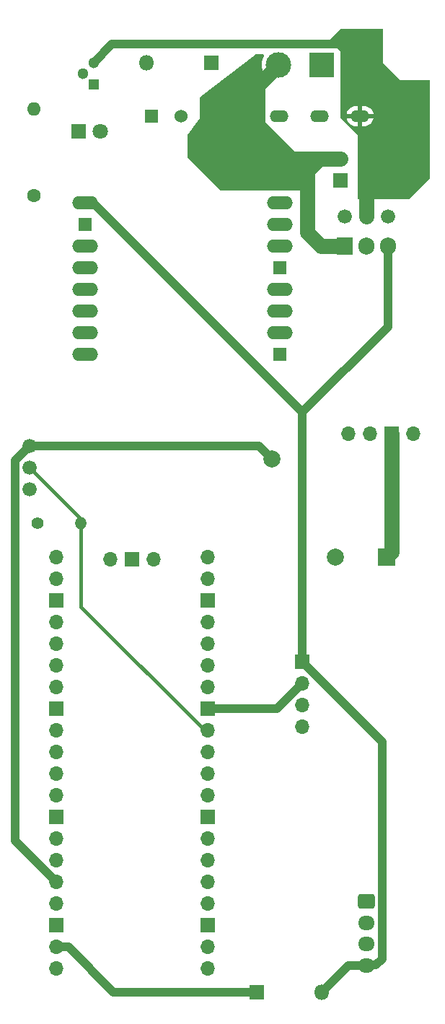
<source format=gbl>
%TF.GenerationSoftware,KiCad,Pcbnew,8.0.5*%
%TF.CreationDate,2024-10-11T00:49:00+02:00*%
%TF.ProjectId,RocketBoard,526f636b-6574-4426-9f61-72642e6b6963,rev?*%
%TF.SameCoordinates,Original*%
%TF.FileFunction,Copper,L2,Bot*%
%TF.FilePolarity,Positive*%
%FSLAX46Y46*%
G04 Gerber Fmt 4.6, Leading zero omitted, Abs format (unit mm)*
G04 Created by KiCad (PCBNEW 8.0.5) date 2024-10-11 00:49:00*
%MOMM*%
%LPD*%
G01*
G04 APERTURE LIST*
G04 Aperture macros list*
%AMRoundRect*
0 Rectangle with rounded corners*
0 $1 Rounding radius*
0 $2 $3 $4 $5 $6 $7 $8 $9 X,Y pos of 4 corners*
0 Add a 4 corners polygon primitive as box body*
4,1,4,$2,$3,$4,$5,$6,$7,$8,$9,$2,$3,0*
0 Add four circle primitives for the rounded corners*
1,1,$1+$1,$2,$3*
1,1,$1+$1,$4,$5*
1,1,$1+$1,$6,$7*
1,1,$1+$1,$8,$9*
0 Add four rect primitives between the rounded corners*
20,1,$1+$1,$2,$3,$4,$5,0*
20,1,$1+$1,$4,$5,$6,$7,0*
20,1,$1+$1,$6,$7,$8,$9,0*
20,1,$1+$1,$8,$9,$2,$3,0*%
G04 Aperture macros list end*
%TA.AperFunction,ComponentPad*%
%ADD10C,1.400000*%
%TD*%
%TA.AperFunction,ComponentPad*%
%ADD11O,1.400000X1.400000*%
%TD*%
%TA.AperFunction,ComponentPad*%
%ADD12R,2.000000X2.000000*%
%TD*%
%TA.AperFunction,ComponentPad*%
%ADD13C,2.000000*%
%TD*%
%TA.AperFunction,ComponentPad*%
%ADD14R,1.700000X1.700000*%
%TD*%
%TA.AperFunction,ComponentPad*%
%ADD15O,1.700000X1.700000*%
%TD*%
%TA.AperFunction,ComponentPad*%
%ADD16R,1.300000X1.300000*%
%TD*%
%TA.AperFunction,ComponentPad*%
%ADD17C,1.300000*%
%TD*%
%TA.AperFunction,ComponentPad*%
%ADD18RoundRect,0.250000X-0.725000X0.600000X-0.725000X-0.600000X0.725000X-0.600000X0.725000X0.600000X0*%
%TD*%
%TA.AperFunction,ComponentPad*%
%ADD19O,1.950000X1.700000*%
%TD*%
%TA.AperFunction,ComponentPad*%
%ADD20C,1.676400*%
%TD*%
%TA.AperFunction,ComponentPad*%
%ADD21R,1.524000X1.524000*%
%TD*%
%TA.AperFunction,ComponentPad*%
%ADD22O,3.048000X1.524000*%
%TD*%
%TA.AperFunction,ComponentPad*%
%ADD23R,1.800000X1.800000*%
%TD*%
%TA.AperFunction,ComponentPad*%
%ADD24C,1.800000*%
%TD*%
%TA.AperFunction,ComponentPad*%
%ADD25C,1.524000*%
%TD*%
%TA.AperFunction,ComponentPad*%
%ADD26O,2.200000X1.400000*%
%TD*%
%TA.AperFunction,ComponentPad*%
%ADD27O,1.800000X1.800000*%
%TD*%
%TA.AperFunction,ComponentPad*%
%ADD28C,1.600000*%
%TD*%
%TA.AperFunction,ComponentPad*%
%ADD29O,1.600000X1.600000*%
%TD*%
%TA.AperFunction,ComponentPad*%
%ADD30R,3.000000X3.000000*%
%TD*%
%TA.AperFunction,ComponentPad*%
%ADD31C,3.000000*%
%TD*%
%TA.AperFunction,ComponentPad*%
%ADD32R,1.905000X2.000000*%
%TD*%
%TA.AperFunction,ComponentPad*%
%ADD33O,1.905000X2.000000*%
%TD*%
%TA.AperFunction,ViaPad*%
%ADD34C,2.000000*%
%TD*%
%TA.AperFunction,Conductor*%
%ADD35C,0.400000*%
%TD*%
%TA.AperFunction,Conductor*%
%ADD36C,1.000000*%
%TD*%
%TA.AperFunction,Conductor*%
%ADD37C,1.800000*%
%TD*%
G04 APERTURE END LIST*
D10*
X103428000Y-90008000D03*
D11*
X108508000Y-90008000D03*
D12*
X144338785Y-94008000D03*
D13*
X138338785Y-94008000D03*
D14*
X134468000Y-106300000D03*
D15*
X134468000Y-108840000D03*
X134468000Y-111380000D03*
X134468000Y-113920000D03*
D16*
X109968000Y-38548000D03*
D17*
X108698000Y-37278000D03*
X109968000Y-36008000D03*
D18*
X141968000Y-134400000D03*
D19*
X141968000Y-136900000D03*
X141968000Y-139400000D03*
X141968000Y-141900000D03*
D15*
X123390000Y-142280000D03*
X123390000Y-139740000D03*
D14*
X123390000Y-137200000D03*
D15*
X123390000Y-134660000D03*
X123390000Y-132120000D03*
X123390000Y-129580000D03*
X123390000Y-127040000D03*
D14*
X123390000Y-124500000D03*
D15*
X123390000Y-121960000D03*
X123390000Y-119420000D03*
X123390000Y-116880000D03*
X123390000Y-114340000D03*
D14*
X123390000Y-111800000D03*
D15*
X123390000Y-109260000D03*
X123390000Y-106720000D03*
X123390000Y-104180000D03*
X123390000Y-101640000D03*
D14*
X123390000Y-99100000D03*
D15*
X123390000Y-96560000D03*
X123390000Y-94020000D03*
X105610000Y-94020000D03*
X105610000Y-96560000D03*
D14*
X105610000Y-99100000D03*
D15*
X105610000Y-101640000D03*
X105610000Y-104180000D03*
X105610000Y-106720000D03*
X105610000Y-109260000D03*
D14*
X105610000Y-111800000D03*
D15*
X105610000Y-114340000D03*
X105610000Y-116880000D03*
X105610000Y-119420000D03*
X105610000Y-121960000D03*
D14*
X105610000Y-124500000D03*
D15*
X105610000Y-127040000D03*
X105610000Y-129580000D03*
X105610000Y-132120000D03*
X105610000Y-134660000D03*
D14*
X105610000Y-137200000D03*
D15*
X105610000Y-139740000D03*
X105610000Y-142280000D03*
X117040000Y-94250000D03*
D14*
X114500000Y-94250000D03*
D15*
X111960000Y-94250000D03*
D20*
X102468000Y-80928000D03*
X102468000Y-83468000D03*
X102468000Y-86008000D03*
D21*
X131828000Y-70208000D03*
D22*
X131828000Y-67668000D03*
X131828000Y-65128000D03*
X131828000Y-62588000D03*
D21*
X131828000Y-60048000D03*
D22*
X131828000Y-57508000D03*
X131828000Y-54968000D03*
X131828000Y-52428000D03*
X108968000Y-52428000D03*
D21*
X108968000Y-54968000D03*
D22*
X108968000Y-57508000D03*
X108968000Y-60048000D03*
X108968000Y-62588000D03*
X108968000Y-65128000D03*
X108968000Y-67668000D03*
X108968000Y-70208000D03*
D23*
X108193000Y-44008000D03*
D24*
X110733000Y-44008000D03*
D21*
X116740000Y-42233000D03*
D25*
X120240000Y-42233000D03*
D26*
X136490000Y-42233000D03*
X131740000Y-42233000D03*
X141240000Y-42233000D03*
D23*
X123778000Y-36008000D03*
D27*
X116158000Y-36008000D03*
D20*
X139428000Y-54008000D03*
X141968000Y-54008000D03*
X144508000Y-54008000D03*
D23*
X129158000Y-145008000D03*
D27*
X136778000Y-145008000D03*
D14*
X138943000Y-49758000D03*
D15*
X138943000Y-47218000D03*
D28*
X102968000Y-51588000D03*
D29*
X102968000Y-41428000D03*
D30*
X136780000Y-36233000D03*
D31*
X131700000Y-36233000D03*
D32*
X139428000Y-57503000D03*
D33*
X141968000Y-57503000D03*
X144508000Y-57503000D03*
D15*
X147508000Y-79508000D03*
D14*
X144968000Y-79508000D03*
D15*
X142428000Y-79508000D03*
X139888000Y-79508000D03*
D34*
X130928000Y-82468000D03*
D35*
X108508000Y-90008000D02*
X108508000Y-99818000D01*
X108508000Y-99818000D02*
X123030000Y-114340000D01*
X123030000Y-114340000D02*
X123390000Y-114340000D01*
X108508000Y-89508000D02*
X108508000Y-90008000D01*
X102468000Y-83468000D02*
X108508000Y-89508000D01*
D36*
X129388000Y-80928000D02*
X102468000Y-80928000D01*
X130928000Y-82468000D02*
X129388000Y-80928000D01*
X100729800Y-82666200D02*
X102468000Y-80928000D01*
X100729800Y-127239800D02*
X100729800Y-82666200D01*
X105610000Y-132120000D02*
X100729800Y-127239800D01*
D37*
X141968000Y-54008000D02*
X141968000Y-51008000D01*
D36*
X112299548Y-145008000D02*
X107031548Y-139740000D01*
X107031548Y-139740000D02*
X105610000Y-139740000D01*
X129158000Y-145008000D02*
X112299548Y-145008000D01*
X139886000Y-141900000D02*
X136778000Y-145008000D01*
X141968000Y-141900000D02*
X139886000Y-141900000D01*
X134468000Y-77008000D02*
X134468000Y-106300000D01*
X143843000Y-141133000D02*
X143117800Y-141858200D01*
X143117800Y-141858200D02*
X141968000Y-141858200D01*
X134468000Y-77008000D02*
X109888000Y-52428000D01*
X109888000Y-52428000D02*
X108968000Y-52428000D01*
X134468000Y-106300000D02*
X143843000Y-115675000D01*
X144508000Y-57503000D02*
X144508000Y-66968000D01*
X143843000Y-115675000D02*
X143843000Y-141133000D01*
X144508000Y-66968000D02*
X134468000Y-77008000D01*
D37*
X132968000Y-47008000D02*
X133718000Y-47758000D01*
X133178000Y-47218000D02*
X132968000Y-47008000D01*
X133758000Y-47718000D02*
X133718000Y-47758000D01*
X135061800Y-55889300D02*
X136675500Y-57503000D01*
X138943000Y-47218000D02*
X136468000Y-47218000D01*
X129240000Y-43280000D02*
X132968000Y-47008000D01*
X135061800Y-48624200D02*
X136468000Y-47218000D01*
X133718000Y-47758000D02*
X135061800Y-49101800D01*
X135061800Y-49101800D02*
X135061800Y-48624200D01*
X136468000Y-47218000D02*
X133178000Y-47218000D01*
X136675500Y-57503000D02*
X139428000Y-57503000D01*
X131700000Y-36233000D02*
X129240000Y-38693000D01*
X129240000Y-38693000D02*
X129240000Y-43280000D01*
X135061800Y-49101800D02*
X135061800Y-55889300D01*
D36*
X112143000Y-33833000D02*
X138793000Y-33833000D01*
X109968000Y-36008000D02*
X112143000Y-33833000D01*
X138793000Y-33833000D02*
X141240000Y-36280000D01*
X131508000Y-111800000D02*
X123390000Y-111800000D01*
D37*
X144968000Y-79508000D02*
X144968000Y-93378785D01*
X144968000Y-93378785D02*
X144338785Y-94008000D01*
D36*
X144508000Y-93838785D02*
X144338785Y-94008000D01*
X134468000Y-108840000D02*
X131508000Y-111800000D01*
%TA.AperFunction,Conductor*%
G36*
X143911039Y-32027685D02*
G01*
X143956794Y-32080489D01*
X143968000Y-32132000D01*
X143968000Y-34008000D01*
X143968000Y-36008000D01*
X145968000Y-38008000D01*
X149344000Y-38008000D01*
X149411039Y-38027685D01*
X149456794Y-38080489D01*
X149468000Y-38132000D01*
X149468000Y-49456638D01*
X149448315Y-49523677D01*
X149431681Y-49544319D01*
X147004319Y-51971681D01*
X146942996Y-52005166D01*
X146916638Y-52008000D01*
X141092000Y-52008000D01*
X141024961Y-51988315D01*
X140979206Y-51935511D01*
X140968000Y-51884000D01*
X140968000Y-44508000D01*
X139004319Y-42544319D01*
X138970834Y-42482996D01*
X138968000Y-42456638D01*
X138968000Y-41983000D01*
X139664638Y-41983000D01*
X140782184Y-41983000D01*
X140766124Y-41999060D01*
X140715964Y-42085939D01*
X140690000Y-42182840D01*
X140690000Y-42283160D01*
X140715964Y-42380061D01*
X140766124Y-42466940D01*
X140782184Y-42483000D01*
X139664638Y-42483000D01*
X139669548Y-42514002D01*
X139727914Y-42693637D01*
X139813670Y-42861940D01*
X139924685Y-43014741D01*
X139924689Y-43014746D01*
X140058253Y-43148310D01*
X140058258Y-43148314D01*
X140211059Y-43259329D01*
X140379362Y-43345085D01*
X140558997Y-43403451D01*
X140745553Y-43433000D01*
X140990000Y-43433000D01*
X140990000Y-42605736D01*
X141020840Y-42614000D01*
X141459160Y-42614000D01*
X141490000Y-42605736D01*
X141490000Y-43433000D01*
X141734447Y-43433000D01*
X141921002Y-43403451D01*
X142100637Y-43345085D01*
X142268940Y-43259329D01*
X142421741Y-43148314D01*
X142421746Y-43148310D01*
X142555310Y-43014746D01*
X142555314Y-43014741D01*
X142666329Y-42861940D01*
X142752085Y-42693637D01*
X142810451Y-42514002D01*
X142815362Y-42483000D01*
X141697816Y-42483000D01*
X141713876Y-42466940D01*
X141764036Y-42380061D01*
X141790000Y-42283160D01*
X141790000Y-42182840D01*
X141764036Y-42085939D01*
X141713876Y-41999060D01*
X141697816Y-41983000D01*
X142815362Y-41983000D01*
X142810451Y-41951997D01*
X142752085Y-41772362D01*
X142666329Y-41604059D01*
X142555314Y-41451258D01*
X142555310Y-41451253D01*
X142421746Y-41317689D01*
X142421741Y-41317685D01*
X142268940Y-41206670D01*
X142100637Y-41120914D01*
X141921002Y-41062548D01*
X141734447Y-41033000D01*
X141490000Y-41033000D01*
X141490000Y-41860263D01*
X141459160Y-41852000D01*
X141020840Y-41852000D01*
X140990000Y-41860263D01*
X140990000Y-41033000D01*
X140745553Y-41033000D01*
X140558997Y-41062548D01*
X140379362Y-41120914D01*
X140211059Y-41206670D01*
X140058258Y-41317685D01*
X140058253Y-41317689D01*
X139924689Y-41451253D01*
X139924685Y-41451258D01*
X139813670Y-41604059D01*
X139727914Y-41772362D01*
X139669548Y-41951997D01*
X139664638Y-41983000D01*
X138968000Y-41983000D01*
X138968000Y-33508000D01*
X137767362Y-33508000D01*
X137700323Y-33488315D01*
X137654568Y-33435511D01*
X137644624Y-33366353D01*
X137673649Y-33302797D01*
X137679681Y-33296319D01*
X138931681Y-32044319D01*
X138993004Y-32010834D01*
X139019362Y-32008000D01*
X143844000Y-32008000D01*
X143911039Y-32027685D01*
G37*
%TD.AperFunction*%
%TA.AperFunction,Conductor*%
G36*
X129948211Y-35027685D02*
G01*
X129993966Y-35080489D01*
X130003910Y-35149647D01*
X129990004Y-35191427D01*
X129876091Y-35400041D01*
X129776109Y-35668104D01*
X129715300Y-35947637D01*
X129694891Y-36232998D01*
X129694891Y-36233001D01*
X129715300Y-36518362D01*
X129776110Y-36797897D01*
X129857465Y-37016020D01*
X129862449Y-37085711D01*
X129828964Y-37147034D01*
X129468000Y-37507999D01*
X129468000Y-43008000D01*
X134431681Y-47971681D01*
X134465166Y-48033004D01*
X134468000Y-48059362D01*
X134468000Y-50884000D01*
X134448315Y-50951039D01*
X134395511Y-50996794D01*
X134344000Y-51008000D01*
X125019362Y-51008000D01*
X124952323Y-50988315D01*
X124931681Y-50971681D01*
X121004319Y-47044319D01*
X120970834Y-46982996D01*
X120968000Y-46956638D01*
X120968000Y-44549333D01*
X120987685Y-44482294D01*
X120992800Y-44474933D01*
X122468000Y-42508000D01*
X122468000Y-40069057D01*
X122487685Y-40002018D01*
X122516396Y-39970772D01*
X125718001Y-37507999D01*
X128934571Y-35033714D01*
X128999709Y-35008442D01*
X129010174Y-35008000D01*
X129881172Y-35008000D01*
X129948211Y-35027685D01*
G37*
%TD.AperFunction*%
M02*

</source>
